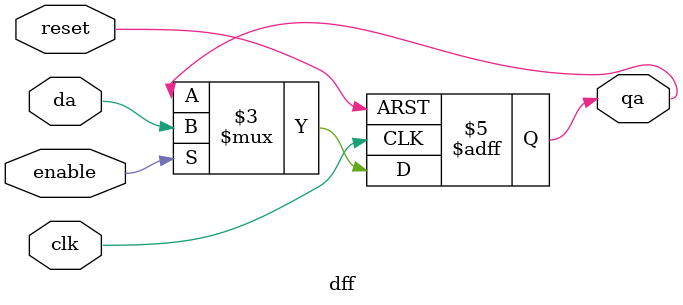
<source format=v>
module dff(clk, reset, enable, da, qa);
input       clk, reset, enable;
input da;
output qa;

reg qa;

always@(posedge reset or posedge clk)
	begin
		if(reset == 1)
			qa <= 0;
		else
		if(enable)
			qa <= da;
	end
endmodule

</source>
